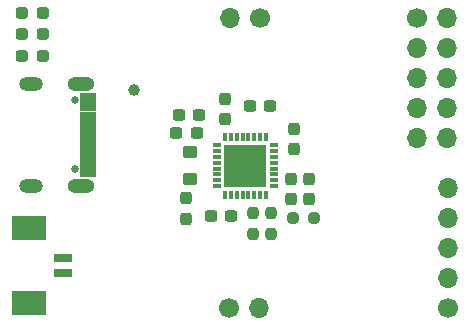
<source format=gts>
G04 #@! TF.GenerationSoftware,KiCad,Pcbnew,8.0.5*
G04 #@! TF.CreationDate,2024-09-22T09:32:30+02:00*
G04 #@! TF.ProjectId,nPM1300-breakout,6e504d31-3330-4302-9d62-7265616b6f75,rev?*
G04 #@! TF.SameCoordinates,Original*
G04 #@! TF.FileFunction,Soldermask,Top*
G04 #@! TF.FilePolarity,Negative*
%FSLAX46Y46*%
G04 Gerber Fmt 4.6, Leading zero omitted, Abs format (unit mm)*
G04 Created by KiCad (PCBNEW 8.0.5) date 2024-09-22 09:32:30*
%MOMM*%
%LPD*%
G01*
G04 APERTURE LIST*
G04 Aperture macros list*
%AMRoundRect*
0 Rectangle with rounded corners*
0 $1 Rounding radius*
0 $2 $3 $4 $5 $6 $7 $8 $9 X,Y pos of 4 corners*
0 Add a 4 corners polygon primitive as box body*
4,1,4,$2,$3,$4,$5,$6,$7,$8,$9,$2,$3,0*
0 Add four circle primitives for the rounded corners*
1,1,$1+$1,$2,$3*
1,1,$1+$1,$4,$5*
1,1,$1+$1,$6,$7*
1,1,$1+$1,$8,$9*
0 Add four rect primitives between the rounded corners*
20,1,$1+$1,$2,$3,$4,$5,0*
20,1,$1+$1,$4,$5,$6,$7,0*
20,1,$1+$1,$6,$7,$8,$9,0*
20,1,$1+$1,$8,$9,$2,$3,0*%
G04 Aperture macros list end*
%ADD10C,0.010000*%
%ADD11RoundRect,0.237500X0.237500X-0.250000X0.237500X0.250000X-0.237500X0.250000X-0.237500X-0.250000X0*%
%ADD12C,1.700000*%
%ADD13O,1.700000X1.700000*%
%ADD14RoundRect,0.237500X0.287500X0.237500X-0.287500X0.237500X-0.287500X-0.237500X0.287500X-0.237500X0*%
%ADD15RoundRect,0.237500X-0.237500X0.300000X-0.237500X-0.300000X0.237500X-0.300000X0.237500X0.300000X0*%
%ADD16RoundRect,0.250000X-0.350000X0.275000X-0.350000X-0.275000X0.350000X-0.275000X0.350000X0.275000X0*%
%ADD17C,1.000000*%
%ADD18RoundRect,0.237500X0.300000X0.237500X-0.300000X0.237500X-0.300000X-0.237500X0.300000X-0.237500X0*%
%ADD19R,0.800000X0.300000*%
%ADD20R,0.300000X0.800000*%
%ADD21R,3.600000X3.600000*%
%ADD22RoundRect,0.237500X0.237500X-0.300000X0.237500X0.300000X-0.237500X0.300000X-0.237500X-0.300000X0*%
%ADD23RoundRect,0.237500X-0.300000X-0.237500X0.300000X-0.237500X0.300000X0.237500X-0.300000X0.237500X0*%
%ADD24RoundRect,0.237500X-0.250000X-0.237500X0.250000X-0.237500X0.250000X0.237500X-0.250000X0.237500X0*%
%ADD25R,1.600000X0.800000*%
%ADD26R,3.000000X2.100000*%
%ADD27C,0.650000*%
%ADD28O,2.304000X1.204000*%
%ADD29O,2.004000X1.204000*%
G04 APERTURE END LIST*
D10*
X104080000Y-68990000D02*
X102830000Y-68990000D01*
X102830000Y-68290000D01*
X104080000Y-68290000D01*
X104080000Y-68990000D01*
G36*
X104080000Y-68990000D02*
G01*
X102830000Y-68990000D01*
X102830000Y-68290000D01*
X104080000Y-68290000D01*
X104080000Y-68990000D01*
G37*
X104080000Y-69790000D02*
X102830000Y-69790000D01*
X102830000Y-69090000D01*
X104080000Y-69090000D01*
X104080000Y-69790000D01*
G36*
X104080000Y-69790000D02*
G01*
X102830000Y-69790000D01*
X102830000Y-69090000D01*
X104080000Y-69090000D01*
X104080000Y-69790000D01*
G37*
X104080000Y-70290000D02*
X102830000Y-70290000D01*
X102830000Y-69890000D01*
X104080000Y-69890000D01*
X104080000Y-70290000D01*
G36*
X104080000Y-70290000D02*
G01*
X102830000Y-70290000D01*
X102830000Y-69890000D01*
X104080000Y-69890000D01*
X104080000Y-70290000D01*
G37*
X104080000Y-70790000D02*
X102830000Y-70790000D01*
X102830000Y-70390000D01*
X104080000Y-70390000D01*
X104080000Y-70790000D01*
G36*
X104080000Y-70790000D02*
G01*
X102830000Y-70790000D01*
X102830000Y-70390000D01*
X104080000Y-70390000D01*
X104080000Y-70790000D01*
G37*
X104080000Y-71290000D02*
X102830000Y-71290000D01*
X102830000Y-70890000D01*
X104080000Y-70890000D01*
X104080000Y-71290000D01*
G36*
X104080000Y-71290000D02*
G01*
X102830000Y-71290000D01*
X102830000Y-70890000D01*
X104080000Y-70890000D01*
X104080000Y-71290000D01*
G37*
X104080000Y-71790000D02*
X102830000Y-71790000D01*
X102830000Y-71390000D01*
X104080000Y-71390000D01*
X104080000Y-71790000D01*
G36*
X104080000Y-71790000D02*
G01*
X102830000Y-71790000D01*
X102830000Y-71390000D01*
X104080000Y-71390000D01*
X104080000Y-71790000D01*
G37*
X104080000Y-72290000D02*
X102830000Y-72290000D01*
X102830000Y-71890000D01*
X104080000Y-71890000D01*
X104080000Y-72290000D01*
G36*
X104080000Y-72290000D02*
G01*
X102830000Y-72290000D01*
X102830000Y-71890000D01*
X104080000Y-71890000D01*
X104080000Y-72290000D01*
G37*
X104080000Y-72790000D02*
X102830000Y-72790000D01*
X102830000Y-72390000D01*
X104080000Y-72390000D01*
X104080000Y-72790000D01*
G36*
X104080000Y-72790000D02*
G01*
X102830000Y-72790000D01*
X102830000Y-72390000D01*
X104080000Y-72390000D01*
X104080000Y-72790000D01*
G37*
X104080000Y-73290000D02*
X102830000Y-73290000D01*
X102830000Y-72890000D01*
X104080000Y-72890000D01*
X104080000Y-73290000D01*
G36*
X104080000Y-73290000D02*
G01*
X102830000Y-73290000D01*
X102830000Y-72890000D01*
X104080000Y-72890000D01*
X104080000Y-73290000D01*
G37*
X104080000Y-73790000D02*
X102830000Y-73790000D01*
X102830000Y-73390000D01*
X104080000Y-73390000D01*
X104080000Y-73790000D01*
G36*
X104080000Y-73790000D02*
G01*
X102830000Y-73790000D01*
X102830000Y-73390000D01*
X104080000Y-73390000D01*
X104080000Y-73790000D01*
G37*
X104080000Y-74590000D02*
X102830000Y-74590000D01*
X102830000Y-73890000D01*
X104080000Y-73890000D01*
X104080000Y-74590000D01*
G36*
X104080000Y-74590000D02*
G01*
X102830000Y-74590000D01*
X102830000Y-73890000D01*
X104080000Y-73890000D01*
X104080000Y-74590000D01*
G37*
X104080000Y-75390000D02*
X102830000Y-75390000D01*
X102830000Y-74690000D01*
X104080000Y-74690000D01*
X104080000Y-75390000D01*
G36*
X104080000Y-75390000D02*
G01*
X102830000Y-75390000D01*
X102830000Y-74690000D01*
X104080000Y-74690000D01*
X104080000Y-75390000D01*
G37*
D11*
X117470000Y-80275000D03*
X117470000Y-78450000D03*
D12*
X131390000Y-61930000D03*
D13*
X133930000Y-61930000D03*
X131390000Y-64470000D03*
X133930000Y-64470000D03*
X131390000Y-67010000D03*
X133930000Y-67010000D03*
X131390000Y-69550000D03*
X133930000Y-69550000D03*
X131390000Y-72090000D03*
X133930000Y-72090000D03*
D14*
X99667500Y-65180000D03*
X97917500Y-65180000D03*
D15*
X120710000Y-75607500D03*
X120710000Y-77332500D03*
D14*
X99670000Y-63350000D03*
X97920000Y-63350000D03*
D16*
X112120000Y-73310000D03*
X112120000Y-75610000D03*
D17*
X107400000Y-68040000D03*
D18*
X118915000Y-69420000D03*
X117190000Y-69420000D03*
D19*
X114380000Y-72720000D03*
X114380000Y-73220000D03*
X114380000Y-73720000D03*
X114380000Y-74220000D03*
X114380000Y-74720000D03*
X114380000Y-75220000D03*
X114380000Y-75720000D03*
X114380000Y-76220000D03*
D20*
X115080000Y-76920000D03*
X115580000Y-76920000D03*
X116080000Y-76920000D03*
X116580000Y-76920000D03*
X117080000Y-76920000D03*
X117580000Y-76920000D03*
X118080000Y-76920000D03*
X118580000Y-76920000D03*
D19*
X119280000Y-76220000D03*
X119280000Y-75720000D03*
X119280000Y-75220000D03*
X119280000Y-74720000D03*
X119280000Y-74220000D03*
X119280000Y-73720000D03*
X119280000Y-73220000D03*
X119280000Y-72720000D03*
D20*
X118580000Y-72020000D03*
X118080000Y-72020000D03*
X117580000Y-72020000D03*
X117080000Y-72020000D03*
X116580000Y-72020000D03*
X116080000Y-72020000D03*
X115580000Y-72020000D03*
X115080000Y-72020000D03*
D21*
X116830000Y-74470000D03*
D22*
X115060000Y-70515000D03*
X115060000Y-68790000D03*
D12*
X115475250Y-86540000D03*
D13*
X118015250Y-86540000D03*
D23*
X110957500Y-71740000D03*
X112682500Y-71740000D03*
D24*
X120810000Y-78900000D03*
X122635000Y-78900000D03*
D11*
X118980000Y-80275000D03*
X118980000Y-78450000D03*
D25*
X101390000Y-82270000D03*
X101390000Y-83520000D03*
D26*
X98490000Y-79720000D03*
X98490000Y-86070000D03*
D22*
X111780000Y-78952500D03*
X111780000Y-77227500D03*
D15*
X122230000Y-75610000D03*
X122230000Y-77335000D03*
D12*
X118025250Y-61960000D03*
D13*
X115485250Y-61960000D03*
D14*
X99670000Y-61560000D03*
X97920000Y-61560000D03*
D15*
X120910000Y-71327500D03*
X120910000Y-73052500D03*
D12*
X133940000Y-86490000D03*
D13*
X133940000Y-83950000D03*
X133940000Y-81410000D03*
X133940000Y-78870000D03*
X133940000Y-76330000D03*
D18*
X115642500Y-78770000D03*
X113917500Y-78770000D03*
D27*
X102380000Y-68950000D03*
X102380000Y-74730000D03*
D28*
X102880000Y-67520000D03*
X102880000Y-76160000D03*
D29*
X98700000Y-67520000D03*
X98700000Y-76160000D03*
D18*
X112892500Y-70210000D03*
X111167500Y-70210000D03*
M02*

</source>
